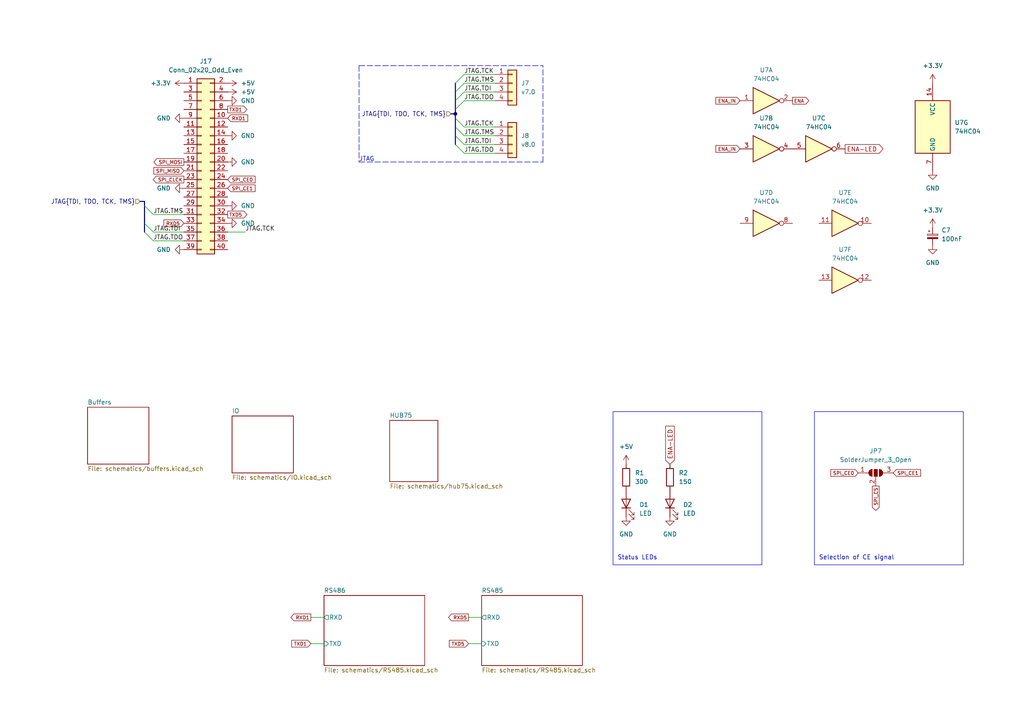
<source format=kicad_sch>
(kicad_sch (version 20230121) (generator eeschema)
  (paper "A4")
  (lib_symbols
    (symbol "74xx:74HC04"
      (property "Reference" "U" (at 0 1.27 0))
      (property "Value" "74HC04" (at 0 -1.27 0))
      (symbol "74HC04_1_0"
        (polyline (pts (xy -3.81 3.81) (xy -3.81 -3.81) (xy 3.81 0) (xy -3.81 3.81)) (stroke (width 0.254)) (fill (type background)))
        (pin input line (at -7.62 0 0) (length 3.81) (name "~") (number "1"))
        (pin output inverted (at 7.62 0 180) (length 3.81) (name "~") (number "2"))
      )
      (symbol "74HC04_2_0"
        (polyline (pts (xy -3.81 3.81) (xy -3.81 -3.81) (xy 3.81 0) (xy -3.81 3.81)) (stroke (width 0.254)) (fill (type background)))
        (pin input line (at -7.62 0 0) (length 3.81) (name "~") (number "3"))
        (pin output inverted (at 7.62 0 180) (length 3.81) (name "~") (number "4"))
      )
      (symbol "74HC04_3_0"
        (polyline (pts (xy -3.81 3.81) (xy -3.81 -3.81) (xy 3.81 0) (xy -3.81 3.81)) (stroke (width 0.254)) (fill (type background)))
        (pin input line (at -7.62 0 0) (length 3.81) (name "~") (number "5"))
        (pin output inverted (at 7.62 0 180) (length 3.81) (name "~") (number "6"))
      )
      (symbol "74HC04_4_0"
        (polyline (pts (xy -3.81 3.81) (xy -3.81 -3.81) (xy 3.81 0) (xy -3.81 3.81)) (stroke (width 0.254)) (fill (type background)))
        (pin output inverted (at 7.62 0 180) (length 3.81) (name "~") (number "8"))
        (pin input line (at -7.62 0 0) (length 3.81) (name "~") (number "9"))
      )
      (symbol "74HC04_5_0"
        (polyline (pts (xy -3.81 3.81) (xy -3.81 -3.81) (xy 3.81 0) (xy -3.81 3.81)) (stroke (width 0.254)) (fill (type background)))
        (pin output inverted (at 7.62 0 180) (length 3.81) (name "~") (number "10"))
        (pin input line (at -7.62 0 0) (length 3.81) (name "~") (number "11"))
      )
      (symbol "74HC04_6_0"
        (polyline (pts (xy -3.81 3.81) (xy -3.81 -3.81) (xy 3.81 0) (xy -3.81 3.81)) (stroke (width 0.254)) (fill (type background)))
        (pin output inverted (at 7.62 0 180) (length 3.81) (name "~") (number "12"))
        (pin input line (at -7.62 0 0) (length 3.81) (name "~") (number "13"))
      )
      (symbol "74HC04_7_0"
        (pin power_in line (at 0 12.7 270) (length 5.08) (name "VCC") (number "14"))
        (pin power_in line (at 0 -12.7 90) (length 5.08) (name "GND") (number "7"))
      )
      (symbol "74HC04_7_1"
        (rectangle (start -5.08 7.62) (end 5.08 -7.62) (stroke (width 0.254)) (fill (type background)))
      )
    )
    (symbol "Connector_Generic:Conn_01x04" (pin_names hide)
      (property "Reference" "J" (at 0 5.08 0))
      (property "Value" "Conn_01x04" (at 0 -7.62 0))
      (symbol "Conn_01x04_1_1"
        (rectangle (start -1.27 -4.953) (end 0 -5.207))
        (rectangle (start -1.27 -2.413) (end 0 -2.667))
        (rectangle (start -1.27 0.127) (end 0 -0.127))
        (rectangle (start -1.27 2.667) (end 0 2.413))
        (rectangle (start -1.27 3.81) (end 1.27 -6.35) (stroke (width 0.254)) (fill (type background)))
        (pin passive line (at -5.08 2.54 0) (length 3.81) (name "Pin_1") (number "1"))
        (pin passive line (at -5.08 0 0) (length 3.81) (name "Pin_2") (number "2"))
        (pin passive line (at -5.08 -2.54 0) (length 3.81) (name "Pin_3") (number "3"))
        (pin passive line (at -5.08 -5.08 0) (length 3.81) (name "Pin_4") (number "4"))
      )
    )
    (symbol "Connector_Generic:Conn_02x20_Odd_Even" (pin_names (offset 1.016) hide)
      (property "Reference" "J" (at 1.27 25.4 0))
      (property "Value" "Conn_02x20_Odd_Even" (at 1.27 -27.94 0))
      (symbol "Conn_02x20_Odd_Even_1_1"
        (rectangle (start -1.27 -25.273) (end 0 -25.527) (stroke (width 0.1524)))
        (rectangle (start -1.27 -22.733) (end 0 -22.987) (stroke (width 0.1524)))
        (rectangle (start -1.27 -20.193) (end 0 -20.447) (stroke (width 0.1524)))
        (rectangle (start -1.27 -17.653) (end 0 -17.907) (stroke (width 0.1524)))
        (rectangle (start -1.27 -15.113) (end 0 -15.367) (stroke (width 0.1524)))
        (rectangle (start -1.27 -12.573) (end 0 -12.827) (stroke (width 0.1524)))
        (rectangle (start -1.27 -10.033) (end 0 -10.287) (stroke (width 0.1524)))
        (rectangle (start -1.27 -7.493) (end 0 -7.747) (stroke (width 0.1524)))
        (rectangle (start -1.27 -4.953) (end 0 -5.207) (stroke (width 0.1524)))
        (rectangle (start -1.27 -2.413) (end 0 -2.667) (stroke (width 0.1524)))
        (rectangle (start -1.27 0.127) (end 0 -0.127) (stroke (width 0.1524)))
        (rectangle (start -1.27 2.667) (end 0 2.413) (stroke (width 0.1524)))
        (rectangle (start -1.27 5.207) (end 0 4.953) (stroke (width 0.1524)))
        (rectangle (start -1.27 7.747) (end 0 7.493) (stroke (width 0.1524)))
        (rectangle (start -1.27 10.287) (end 0 10.033) (stroke (width 0.1524)))
        (rectangle (start -1.27 12.827) (end 0 12.573) (stroke (width 0.1524)))
        (rectangle (start -1.27 15.367) (end 0 15.113) (stroke (width 0.1524)))
        (rectangle (start -1.27 17.907) (end 0 17.653) (stroke (width 0.1524)))
        (rectangle (start -1.27 20.447) (end 0 20.193) (stroke (width 0.1524)))
        (rectangle (start -1.27 22.987) (end 0 22.733) (stroke (width 0.1524)))
        (rectangle (start -1.27 24.13) (end 3.81 -26.67) (stroke (width 0.254)) (fill (type background)))
        (rectangle (start 3.81 -25.273) (end 2.54 -25.527) (stroke (width 0.1524)))
        (rectangle (start 3.81 -22.733) (end 2.54 -22.987) (stroke (width 0.1524)))
        (rectangle (start 3.81 -20.193) (end 2.54 -20.447) (stroke (width 0.1524)))
        (rectangle (start 3.81 -17.653) (end 2.54 -17.907) (stroke (width 0.1524)))
        (rectangle (start 3.81 -15.113) (end 2.54 -15.367) (stroke (width 0.1524)))
        (rectangle (start 3.81 -12.573) (end 2.54 -12.827) (stroke (width 0.1524)))
        (rectangle (start 3.81 -10.033) (end 2.54 -10.287) (stroke (width 0.1524)))
        (rectangle (start 3.81 -7.493) (end 2.54 -7.747) (stroke (width 0.1524)))
        (rectangle (start 3.81 -4.953) (end 2.54 -5.207) (stroke (width 0.1524)))
        (rectangle (start 3.81 -2.413) (end 2.54 -2.667) (stroke (width 0.1524)))
        (rectangle (start 3.81 0.127) (end 2.54 -0.127) (stroke (width 0.1524)))
        (rectangle (start 3.81 2.667) (end 2.54 2.413) (stroke (width 0.1524)))
        (rectangle (start 3.81 5.207) (end 2.54 4.953) (stroke (width 0.1524)))
        (rectangle (start 3.81 7.747) (end 2.54 7.493) (stroke (width 0.1524)))
        (rectangle (start 3.81 10.287) (end 2.54 10.033) (stroke (width 0.1524)))
        (rectangle (start 3.81 12.827) (end 2.54 12.573) (stroke (width 0.1524)))
        (rectangle (start 3.81 15.367) (end 2.54 15.113) (stroke (width 0.1524)))
        (rectangle (start 3.81 17.907) (end 2.54 17.653) (stroke (width 0.1524)))
        (rectangle (start 3.81 20.447) (end 2.54 20.193) (stroke (width 0.1524)))
        (rectangle (start 3.81 22.987) (end 2.54 22.733) (stroke (width 0.1524)))
        (pin passive line (at -5.08 22.86 0) (length 3.81) (name "Pin_1") (number "1"))
        (pin passive line (at 7.62 12.7 180) (length 3.81) (name "Pin_10") (number "10"))
        (pin passive line (at -5.08 10.16 0) (length 3.81) (name "Pin_11") (number "11"))
        (pin passive line (at 7.62 10.16 180) (length 3.81) (name "Pin_12") (number "12"))
        (pin passive line (at -5.08 7.62 0) (length 3.81) (name "Pin_13") (number "13"))
        (pin passive line (at 7.62 7.62 180) (length 3.81) (name "Pin_14") (number "14"))
        (pin passive line (at -5.08 5.08 0) (length 3.81) (name "Pin_15") (number "15"))
        (pin passive line (at 7.62 5.08 180) (length 3.81) (name "Pin_16") (number "16"))
        (pin passive line (at -5.08 2.54 0) (length 3.81) (name "Pin_17") (number "17"))
        (pin passive line (at 7.62 2.54 180) (length 3.81) (name "Pin_18") (number "18"))
        (pin passive line (at -5.08 0 0) (length 3.81) (name "Pin_19") (number "19"))
        (pin passive line (at 7.62 22.86 180) (length 3.81) (name "Pin_2") (number "2"))
        (pin passive line (at 7.62 0 180) (length 3.81) (name "Pin_20") (number "20"))
        (pin passive line (at -5.08 -2.54 0) (length 3.81) (name "Pin_21") (number "21"))
        (pin passive line (at 7.62 -2.54 180) (length 3.81) (name "Pin_22") (number "22"))
        (pin passive line (at -5.08 -5.08 0) (length 3.81) (name "Pin_23") (number "23"))
        (pin passive line (at 7.62 -5.08 180) (length 3.81) (name "Pin_24") (number "24"))
        (pin passive line (at -5.08 -7.62 0) (length 3.81) (name "Pin_25") (number "25"))
        (pin passive line (at 7.62 -7.62 180) (length 3.81) (name "Pin_26") (number "26"))
        (pin passive line (at -5.08 -10.16 0) (length 3.81) (name "Pin_27") (number "27"))
        (pin passive line (at 7.62 -10.16 180) (length 3.81) (name "Pin_28") (number "28"))
        (pin passive line (at -5.08 -12.7 0) (length 3.81) (name "Pin_29") (number "29"))
        (pin passive line (at -5.08 20.32 0) (length 3.81) (name "Pin_3") (number "3"))
        (pin passive line (at 7.62 -12.7 180) (length 3.81) (name "Pin_30") (number "30"))
        (pin passive line (at -5.08 -15.24 0) (length 3.81) (name "Pin_31") (number "31"))
        (pin passive line (at 7.62 -15.24 180) (length 3.81) (name "Pin_32") (number "32"))
        (pin passive line (at -5.08 -17.78 0) (length 3.81) (name "Pin_33") (number "33"))
        (pin passive line (at 7.62 -17.78 180) (length 3.81) (name "Pin_34") (number "34"))
        (pin passive line (at -5.08 -20.32 0) (length 3.81) (name "Pin_35") (number "35"))
        (pin passive line (at 7.62 -20.32 180) (length 3.81) (name "Pin_36") (number "36"))
        (pin passive line (at -5.08 -22.86 0) (length 3.81) (name "Pin_37") (number "37"))
        (pin passive line (at 7.62 -22.86 180) (length 3.81) (name "Pin_38") (number "38"))
        (pin passive line (at -5.08 -25.4 0) (length 3.81) (name "Pin_39") (number "39"))
        (pin passive line (at 7.62 20.32 180) (length 3.81) (name "Pin_4") (number "4"))
        (pin passive line (at 7.62 -25.4 180) (length 3.81) (name "Pin_40") (number "40"))
        (pin passive line (at -5.08 17.78 0) (length 3.81) (name "Pin_5") (number "5"))
        (pin passive line (at 7.62 17.78 180) (length 3.81) (name "Pin_6") (number "6"))
        (pin passive line (at -5.08 15.24 0) (length 3.81) (name "Pin_7") (number "7"))
        (pin passive line (at 7.62 15.24 180) (length 3.81) (name "Pin_8") (number "8"))
        (pin passive line (at -5.08 12.7 0) (length 3.81) (name "Pin_9") (number "9"))
      )
    )
    (symbol "Device:C_Polarized_Small" (pin_numbers hide) (pin_names (offset 0.254) hide)
      (property "Reference" "C" (at 0.254 1.778 0))
      (property "Value" "C_Polarized_Small" (at 0.254 -2.032 0))
      (symbol "C_Polarized_Small_0_1"
        (rectangle (start -1.524 -0.3048) (end 1.524 -0.6858) (fill (type outline)))
        (rectangle (start -1.524 0.6858) (end 1.524 0.3048))
        (polyline (pts (xy -1.27 1.524) (xy -0.762 1.524)))
        (polyline (pts (xy -1.016 1.27) (xy -1.016 1.778)))
      )
      (symbol "C_Polarized_Small_1_1"
        (pin passive line (at 0 2.54 270) (length 1.8542) (name "~") (number "1"))
        (pin passive line (at 0 -2.54 90) (length 1.8542) (name "~") (number "2"))
      )
    )
    (symbol "Device:LED" (pin_numbers hide) (pin_names (offset 1.016) hide)
      (property "Reference" "D" (at 0 2.54 0))
      (property "Value" "LED" (at 0 -2.54 0))
      (symbol "LED_0_1"
        (polyline (pts (xy -1.27 -1.27) (xy -1.27 1.27)) (stroke (width 0.254)))
        (polyline (pts (xy -1.27 0) (xy 1.27 0)))
        (polyline (pts (xy 1.27 -1.27) (xy 1.27 1.27) (xy -1.27 0) (xy 1.27 -1.27)) (stroke (width 0.254)))
        (polyline (pts (xy -3.048 -0.762) (xy -4.572 -2.286) (xy -3.81 -2.286) (xy -4.572 -2.286) (xy -4.572 -1.524)))
        (polyline (pts (xy -1.778 -0.762) (xy -3.302 -2.286) (xy -2.54 -2.286) (xy -3.302 -2.286) (xy -3.302 -1.524)))
      )
      (symbol "LED_1_1"
        (pin passive line (at -3.81 0 0) (length 2.54) (name "K") (number "1"))
        (pin passive line (at 3.81 0 180) (length 2.54) (name "A") (number "2"))
      )
    )
    (symbol "Device:R" (pin_numbers hide) (pin_names (offset 0))
      (property "Reference" "R" (at 2.032 0 90))
      (property "Value" "R" (at 0 0 90))
      (symbol "R_0_1"
        (rectangle (start -1.016 -2.54) (end 1.016 2.54) (stroke (width 0.254)))
      )
      (symbol "R_1_1"
        (pin passive line (at 0 3.81 270) (length 1.27) (name "~") (number "1"))
        (pin passive line (at 0 -3.81 90) (length 1.27) (name "~") (number "2"))
      )
    )
    (symbol "Jumper:SolderJumper_3_Open" (pin_names (offset 0) hide)
      (property "Reference" "JP" (at -2.54 -2.54 0))
      (property "Value" "SolderJumper_3_Open" (at 0 2.794 0))
      (symbol "SolderJumper_3_Open_0_1"
        (arc (start -1.016 1.016) (mid -2.0276 0) (end -1.016 -1.016))
        (arc (start -1.016 1.016) (mid -2.0276 0) (end -1.016 -1.016) (fill (type outline)))
        (rectangle (start -0.508 1.016) (end 0.508 -1.016) (fill (type outline)))
        (polyline (pts (xy -2.54 0) (xy -2.032 0)))
        (polyline (pts (xy -1.016 1.016) (xy -1.016 -1.016)))
        (polyline (pts (xy 0 -1.27) (xy 0 -1.016)))
        (polyline (pts (xy 1.016 1.016) (xy 1.016 -1.016)))
        (polyline (pts (xy 2.54 0) (xy 2.032 0)))
        (arc (start 1.016 -1.016) (mid 2.0276 0) (end 1.016 1.016))
        (arc (start 1.016 -1.016) (mid 2.0276 0) (end 1.016 1.016) (fill (type outline)))
      )
      (symbol "SolderJumper_3_Open_1_1"
        (pin passive line (at -5.08 0 0) (length 2.54) (name "A") (number "1"))
        (pin passive line (at 0 -3.81 90) (length 2.54) (name "C") (number "2"))
        (pin passive line (at 5.08 0 180) (length 2.54) (name "B") (number "3"))
      )
    )
    (symbol "power:+3.3V" (power) (pin_names (offset 0))
      (property "Value" "+3.3V" (at 0 3.556 0))
      (symbol "+3.3V_0_1"
        (polyline (pts (xy -0.762 1.27) (xy 0 2.54)))
        (polyline (pts (xy 0 0) (xy 0 2.54)))
        (polyline (pts (xy 0 2.54) (xy 0.762 1.27)))
      )
      (symbol "+3.3V_1_1"
        (pin power_in line (at 0 0 90) (length 0) hide (name "+3.3V") (number "1"))
      )
    )
    (symbol "power:+5V" (power) (pin_names (offset 0))
      (property "Value" "+5V" (at 0 3.556 0))
      (symbol "+5V_0_1"
        (polyline (pts (xy -0.762 1.27) (xy 0 2.54)))
        (polyline (pts (xy 0 0) (xy 0 2.54)))
        (polyline (pts (xy 0 2.54) (xy 0.762 1.27)))
      )
      (symbol "+5V_1_1"
        (pin power_in line (at 0 0 90) (length 0) hide (name "+5V") (number "1"))
      )
    )
    (symbol "power:GND" (power) (pin_names (offset 0))
      (property "Value" "GND" (at 0 -3.81 0))
      (symbol "GND_0_1"
        (polyline (pts (xy 0 0) (xy 0 -1.27) (xy 1.27 -1.27) (xy 0 -2.54) (xy -1.27 -1.27) (xy 0 -1.27)))
      )
      (symbol "GND_1_1"
        (pin power_in line (at 0 0 270) (length 0) hide (name "GND") (number "1"))
      )
    )
  )
  (junction (at 132.08 33.02))
  (bus_entry (at 132.08 41.91) (size 2.54 2.54))
  (bus_entry (at 132.08 26.67) (size 2.54 -2.54))
  (bus_entry (at 132.08 31.75) (size 2.54 -2.54))
  (bus_entry (at 41.91 67.31) (size 2.54 2.54))
  (bus_entry (at 132.08 29.21) (size 2.54 -2.54))
  (bus_entry (at 132.08 39.37) (size 2.54 2.54))
  (bus_entry (at 132.08 34.29) (size 2.54 2.54))
  (bus_entry (at 41.91 59.69) (size 2.54 2.54))
  (bus_entry (at 132.08 24.13) (size 2.54 -2.54))
  (bus_entry (at 41.91 64.77) (size 2.54 2.54))
  (bus_entry (at 132.08 36.83) (size 2.54 2.54))
  (polyline (pts (xy 104.14 19.05) (xy 157.48 19.05)) (stroke (width 0) (type dash)))
  (wire (pts (xy 134.62 44.45) (xy 143.51 44.45)))
  (wire (pts (xy 90.17 186.69) (xy 93.98 186.69)))
  (wire (pts (xy 134.62 36.83) (xy 143.51 36.83)))
  (wire (pts (xy 90.17 179.07) (xy 93.98 179.07)))
  (bus (pts (xy 132.08 31.75) (xy 132.08 33.02)))
  (bus (pts (xy 132.08 24.13) (xy 132.08 26.67)))
  (wire (pts (xy 44.45 67.31) (xy 53.34 67.31)))
  (polyline (pts (xy 104.14 46.99) (xy 157.48 46.99)) (stroke (width 0) (type dash)))
  (bus (pts (xy 132.08 26.67) (xy 132.08 29.21)))
  (wire (pts (xy 135.89 179.07) (xy 139.7 179.07)))
  (wire (pts (xy 66.04 67.31) (xy 71.12 67.31)))
  (wire (pts (xy 134.62 26.67) (xy 143.51 26.67)))
  (bus (pts (xy 41.91 58.42) (xy 41.91 59.69)))
  (wire (pts (xy 135.89 186.69) (xy 139.7 186.69)))
  (wire (pts (xy 134.62 39.37) (xy 143.51 39.37)))
  (bus (pts (xy 40.64 58.42) (xy 41.91 58.42)))
  (wire (pts (xy 134.62 29.21) (xy 143.51 29.21)))
  (bus (pts (xy 132.08 33.02) (xy 132.08 34.29)))
  (bus (pts (xy 132.08 39.37) (xy 132.08 41.91)))
  (wire (pts (xy 44.45 62.23) (xy 53.34 62.23)))
  (bus (pts (xy 132.08 31.75) (xy 132.08 29.21)))
  (bus (pts (xy 130.81 33.02) (xy 132.08 33.02)))
  (wire (pts (xy 44.45 69.85) (xy 53.34 69.85)))
  (wire (pts (xy 134.62 41.91) (xy 143.51 41.91)))
  (polyline (pts (xy 157.48 46.99) (xy 157.48 19.05)) (stroke (width 0) (type dash)))
  (bus (pts (xy 132.08 36.83) (xy 132.08 39.37)))
  (bus (pts (xy 132.08 34.29) (xy 132.08 36.83)))
  (bus (pts (xy 41.91 59.69) (xy 41.91 64.77)))
  (wire (pts (xy 134.62 24.13) (xy 143.51 24.13)))
  (polyline (pts (xy 104.14 19.05) (xy 104.14 46.99)) (stroke (width 0) (type dash)))
  (wire (pts (xy 134.62 21.59) (xy 143.51 21.59)))
  (bus (pts (xy 41.91 64.77) (xy 41.91 67.31)))
  (rectangle (start 236.22 119.38) (end 279.4 163.83))
  (rectangle (start 177.8 119.38) (end 220.98 163.83))
  (text "Status LEDs" (at 179.07 162.56 0) (effects (font (size 1.27 1.27)) (justify left bottom)))
  (text "Selection of CE signal" (at 237.49 162.56 0) (effects (font (size 1.27 1.27)) (justify left bottom)))
  (text "JTAG" (at 104.14 46.99 0) (effects (font (size 1.27 1.27)) (justify left bottom)))
  (label "JTAG.TCK" (at 71.12 67.31 0))
  (label "JTAG.TDO" (at 134.62 29.21 0))
  (label "JTAG.TMS" (at 134.62 39.37 0))
  (label "JTAG.TDI" (at 134.62 41.91 0))
  (label "JTAG.TDI" (at 134.62 26.67 0))
  (label "JTAG.TCK" (at 134.62 36.83 0))
  (label "JTAG.TMS" (at 134.62 24.13 0))
  (label "JTAG.TMS" (at 44.45 62.23 0))
  (label "JTAG.TCK" (at 134.62 21.59 0))
  (label "JTAG.TDO" (at 134.62 44.45 0))
  (label "JTAG.TDO" (at 44.45 69.85 0))
  (label "JTAG.TDI" (at 44.45 67.31 0))
  (global_label "ENA-LED" (shape input) (at 194.31 134.62 90) (property "Intersheetrefs" "${INTERSHEET_REFS}" (effects hide)))
  (global_label "SPI_CE1" (shape input) (at 66.04 54.61 0) (effects (font (size 1 1))) (property "Intersheetrefs" "${INTERSHEET_REFS}" (effects hide)))
  (global_label "SPI_CE0" (shape input) (at 248.92 137.16 180) (effects (font (size 1 1))) (property "Intersheetrefs" "${INTERSHEET_REFS}" (effects hide)))
  (global_label "ENA-LED" (shape output) (at 245.11 43.18 0) (property "Intersheetrefs" "${INTERSHEET_REFS}" (effects hide)))
  (global_label "RXD5" (shape input) (at 53.34 64.77 180) (effects (font (size 1 1))) (property "Intersheetrefs" "${INTERSHEET_REFS}" (effects hide)))
  (global_label "SPI_MISO" (shape input) (at 53.34 49.53 180) (effects (font (size 1 1))) (property "Intersheetrefs" "${INTERSHEET_REFS}" (effects hide)))
  (global_label "SPI_MOSI" (shape output) (at 53.34 46.99 180) (effects (font (size 1 1))) (property "Intersheetrefs" "${INTERSHEET_REFS}" (effects hide)))
  (global_label "SPI_CLCK" (shape output) (at 53.34 52.07 180) (effects (font (size 1 1))) (property "Intersheetrefs" "${INTERSHEET_REFS}" (effects hide)))
  (global_label "TXD5" (shape input) (at 135.89 186.69 180) (effects (font (size 1 1))) (property "Intersheetrefs" "${INTERSHEET_REFS}" (effects hide)))
  (global_label "TXD1" (shape input) (at 90.17 186.69 180) (effects (font (size 1 1))) (property "Intersheetrefs" "${INTERSHEET_REFS}" (effects hide)))
  (global_label "ENA_IN" (shape input) (at 214.63 29.21 180) (effects (font (size 1 1))) (property "Intersheetrefs" "${INTERSHEET_REFS}" (effects hide)))
  (global_label "SPI_CE1" (shape input) (at 259.08 137.16 0) (effects (font (size 1 1))) (property "Intersheetrefs" "${INTERSHEET_REFS}" (effects hide)))
  (global_label "RXD1" (shape output) (at 90.17 179.07 180) (effects (font (size 1 1))) (property "Intersheetrefs" "${INTERSHEET_REFS}" (effects hide)))
  (global_label "SPI_CS" (shape output) (at 254 140.97 270) (effects (font (size 1 1))) (property "Intersheetrefs" "${INTERSHEET_REFS}" (effects hide)))
  (global_label "TXD1" (shape output) (at 66.04 31.75 0) (effects (font (size 1 1))) (property "Intersheetrefs" "${INTERSHEET_REFS}" (effects hide)))
  (global_label "RXD1" (shape input) (at 66.04 34.29 0) (effects (font (size 1 1))) (property "Intersheetrefs" "${INTERSHEET_REFS}" (effects hide)))
  (global_label "RXD5" (shape output) (at 135.89 179.07 180) (effects (font (size 1 1))) (property "Intersheetrefs" "${INTERSHEET_REFS}" (effects hide)))
  (global_label "TXD5" (shape output) (at 66.04 62.23 0) (effects (font (size 1 1))) (property "Intersheetrefs" "${INTERSHEET_REFS}" (effects hide)))
  (global_label "ENA" (shape output) (at 229.87 29.21 0) (effects (font (size 1 1))) (property "Intersheetrefs" "${INTERSHEET_REFS}" (effects hide)))
  (global_label "ENA_IN" (shape input) (at 214.63 43.18 180) (effects (font (size 1 1))) (property "Intersheetrefs" "${INTERSHEET_REFS}" (effects hide)))
  (global_label "SPI_CE0" (shape input) (at 66.04 52.07 0) (effects (font (size 1 1))) (property "Intersheetrefs" "${INTERSHEET_REFS}" (effects hide)))
  (hierarchical_label "JTAG{TDI, TDO, TCK, TMS}" (shape input) (at 40.64 58.42 180))
  (hierarchical_label "JTAG{TDI, TDO, TCK, TMS}" (shape input) (at 130.81 33.02 180))
  (symbol (lib_id "power:+3.3V") (at 270.51 24.13 0) (unit 1)
    (property "Reference" "#PWR050" (effects hide))
    (property "Value" "+3.3V" (at 270.51 19.05 0))
  )
  (symbol (lib_id "74xx:74HC04") (at 245.11 64.77 0) (unit 5)
    (property "Reference" "U7" (at 245.11 55.88 0))
    (property "Value" "74HC04" (at 245.11 58.42 0))
    (property "Footprint" "Package_SO:SOIC-14_3.9x8.7mm_P1.27mm" (effects hide))
    (property "Datasheet" "https://assets.nexperia.com/documents/data-sheet/74HC_HCT04.pdf" (effects hide))
  )
  (symbol (lib_id "power:GND") (at 53.34 72.39 270) (unit 1)
    (property "Reference" "#PWR062" (effects hide))
    (property "Value" "GND" (at 49.53 72.39 90) (effects (justify right)))
  )
  (symbol (lib_id "74xx:74HC04") (at 222.25 64.77 0) (unit 4)
    (property "Reference" "U7" (at 222.25 55.88 0))
    (property "Value" "74HC04" (at 222.25 58.42 0))
    (property "Footprint" "Package_SO:SOIC-14_3.9x8.7mm_P1.27mm" (effects hide))
    (property "Datasheet" "https://assets.nexperia.com/documents/data-sheet/74HC_HCT04.pdf" (effects hide))
  )
  (symbol (lib_id "74xx:74HC04") (at 245.11 81.28 0) (unit 6)
    (property "Reference" "U7" (at 245.11 72.39 0))
    (property "Value" "74HC04" (at 245.11 74.93 0))
    (property "Footprint" "Package_SO:SOIC-14_3.9x8.7mm_P1.27mm" (effects hide))
    (property "Datasheet" "https://assets.nexperia.com/documents/data-sheet/74HC_HCT04.pdf" (effects hide))
  )
  (symbol (lib_id "Device:LED") (at 181.61 146.05 90) (unit 1)
    (property "Reference" "D1" (at 185.42 146.3675 90) (effects (justify right)))
    (property "Value" "LED" (at 185.42 148.9075 90) (effects (justify right)))
    (property "Footprint" "LED_SMD:LED_1206_3216Metric_Pad1.42x1.75mm_HandSolder" (effects hide))
  )
  (symbol (lib_id "Device:R") (at 194.31 138.43 0) (unit 1)
    (property "Reference" "R2" (at 196.85 137.16 0) (effects (justify left)))
    (property "Value" "150" (at 196.85 139.7 0) (effects (justify left)))
    (property "Footprint" "Resistor_SMD:R_0805_2012Metric_Pad1.20x1.40mm_HandSolder" (effects hide))
    (property "LCSC" "C17471" (effects hide))
  )
  (symbol (lib_id "power:+5V") (at 181.61 134.62 0) (unit 1)
    (property "Reference" "#PWR065" (effects hide))
    (property "Value" "+5V" (at 181.61 129.54 0))
  )
  (symbol (lib_id "74xx:74HC04") (at 270.51 36.83 0) (unit 7)
    (property "Reference" "U7" (at 276.86 35.56 0) (effects (justify left)))
    (property "Value" "74HC04" (at 276.86 38.1 0) (effects (justify left)))
    (property "Footprint" "Package_SO:SOIC-14_3.9x8.7mm_P1.27mm" (effects hide))
    (property "Datasheet" "https://assets.nexperia.com/documents/data-sheet/74HC_HCT04.pdf" (effects hide))
  )
  (symbol (lib_id "Connector_Generic:Conn_01x04") (at 148.59 24.13 0) (unit 1)
    (property "Reference" "J7" (at 151.13 24.1299 0) (effects (justify left)))
    (property "Value" "v7.0" (at 151.13 26.6699 0) (effects (justify left)))
    (property "Footprint" "Connector_PinHeader_2.54mm:PinHeader_1x04_P2.54mm_Vertical" (effects hide))
  )
  (symbol (lib_id "Jumper:SolderJumper_3_Open") (at 254 137.16 0) (unit 1)
    (property "Reference" "JP7" (at 254 130.81 0))
    (property "Value" "SolderJumper_3_Open" (at 254 133.35 0))
    (property "Footprint" "Jumper:SolderJumper-3_P2.0mm_Open_TrianglePad1.0x1.5mm" (effects hide))
  )
  (symbol (lib_id "power:GND") (at 270.51 49.53 0) (unit 1)
    (property "Reference" "#PWR0102" (effects hide))
    (property "Value" "GND" (at 270.51 54.61 0))
  )
  (symbol (lib_id "74xx:74HC04") (at 237.49 43.18 0) (unit 3)
    (property "Reference" "U7" (at 237.49 34.29 0))
    (property "Value" "74HC04" (at 237.49 36.83 0))
    (property "Footprint" "Package_SO:SOIC-14_3.9x8.7mm_P1.27mm" (effects hide))
    (property "Datasheet" "https://assets.nexperia.com/documents/data-sheet/74HC_HCT04.pdf" (effects hide))
  )
  (symbol (lib_id "Connector_Generic:Conn_01x04") (at 148.59 39.37 0) (unit 1)
    (property "Reference" "J8" (at 151.13 39.3699 0) (effects (justify left)))
    (property "Value" "v8.0" (at 151.13 41.9099 0) (effects (justify left)))
    (property "Footprint" "Connector_PinHeader_2.54mm:PinHeader_1x04_P2.54mm_Vertical" (effects hide))
  )
  (symbol (lib_id "Device:C_Polarized_Small") (at 270.51 68.58 0) (unit 1)
    (property "Reference" "C7" (at 273.05 66.7639 0) (effects (justify left)))
    (property "Value" "100nF" (at 273.05 69.3039 0) (effects (justify left)))
    (property "Footprint" "Capacitor_SMD:C_1206_3216Metric_Pad1.33x1.80mm_HandSolder" (effects hide))
    (property "LCSC" "C24497" (effects hide))
  )
  (symbol (lib_id "Device:R") (at 181.61 138.43 0) (unit 1)
    (property "Reference" "R1" (at 184.15 137.16 0) (effects (justify left)))
    (property "Value" "300" (at 184.15 139.7 0) (effects (justify left)))
    (property "Footprint" "Resistor_SMD:R_0805_2012Metric_Pad1.20x1.40mm_HandSolder" (effects hide))
    (property "LCSC" "C17617" (effects hide))
  )
  (symbol (lib_id "power:+5V") (at 66.04 24.13 270) (unit 1)
    (property "Reference" "#PWR055" (effects hide))
    (property "Value" "+5V" (at 69.85 24.13 90) (effects (justify left)))
  )
  (symbol (lib_id "power:GND") (at 53.34 34.29 270) (unit 1)
    (property "Reference" "#PWR064" (effects hide))
    (property "Value" "GND" (at 49.53 34.29 90) (effects (justify right)))
  )
  (symbol (lib_id "power:GND") (at 66.04 46.99 90) (unit 1)
    (property "Reference" "#PWR059" (effects hide))
    (property "Value" "GND" (at 69.85 46.99 90) (effects (justify right)))
  )
  (symbol (lib_id "Connector_Generic:Conn_02x20_Odd_Even") (at 58.42 46.99 0) (unit 1)
    (property "Reference" "J17" (at 59.69 17.78 0))
    (property "Value" "Conn_02x20_Odd_Even" (at 59.69 20.32 0))
    (property "Footprint" "Connector_IDC:IDC-Header_2x20_P2.54mm_Vertical" (effects hide))
  )
  (symbol (lib_id "power:GND") (at 66.04 59.69 90) (unit 1)
    (property "Reference" "#PWR060" (effects hide))
    (property "Value" "GND" (at 69.85 59.69 90) (effects (justify right)))
  )
  (symbol (lib_id "Device:LED") (at 194.31 146.05 90) (unit 1)
    (property "Reference" "D2" (at 198.12 146.3675 90) (effects (justify right)))
    (property "Value" "LED" (at 198.12 148.9075 90) (effects (justify right)))
    (property "Footprint" "LED_SMD:LED_1206_3216Metric_Pad1.42x1.75mm_HandSolder" (effects hide))
  )
  (symbol (lib_id "power:+3.3V") (at 53.34 24.13 90) (unit 1)
    (property "Reference" "#PWR054" (effects hide))
    (property "Value" "+3.3V" (at 49.53 24.13 90) (effects (justify left)))
  )
  (symbol (lib_id "power:GND") (at 194.31 149.86 0) (unit 1)
    (property "Reference" "#PWR067" (effects hide))
    (property "Value" "GND" (at 194.31 154.94 0))
  )
  (symbol (lib_id "power:GND") (at 181.61 149.86 0) (unit 1)
    (property "Reference" "#PWR066" (effects hide))
    (property "Value" "GND" (at 181.61 154.94 0))
  )
  (symbol (lib_id "74xx:74HC04") (at 222.25 29.21 0) (unit 1)
    (property "Reference" "U7" (at 222.25 20.32 0))
    (property "Value" "74HC04" (at 222.25 22.86 0))
    (property "Footprint" "Package_SO:SOIC-14_3.9x8.7mm_P1.27mm" (effects hide))
    (property "Datasheet" "https://assets.nexperia.com/documents/data-sheet/74HC_HCT04.pdf" (effects hide))
  )
  (symbol (lib_id "power:GND") (at 66.04 29.21 90) (unit 1)
    (property "Reference" "#PWR057" (effects hide))
    (property "Value" "GND" (at 69.85 29.21 90) (effects (justify right)))
  )
  (symbol (lib_id "74xx:74HC04") (at 222.25 43.18 0) (unit 2)
    (property "Reference" "U7" (at 222.25 34.29 0))
    (property "Value" "74HC04" (at 222.25 36.83 0))
    (property "Footprint" "Package_SO:SOIC-14_3.9x8.7mm_P1.27mm" (effects hide))
    (property "Datasheet" "https://assets.nexperia.com/documents/data-sheet/74HC_HCT04.pdf" (effects hide))
  )
  (symbol (lib_id "power:GND") (at 66.04 64.77 90) (unit 1)
    (property "Reference" "#PWR061" (effects hide))
    (property "Value" "GND" (at 69.85 64.77 90) (effects (justify right)))
  )
  (symbol (lib_id "power:GND") (at 53.34 54.61 270) (unit 1)
    (property "Reference" "#PWR063" (effects hide))
    (property "Value" "GND" (at 49.53 54.61 90) (effects (justify right)))
  )
  (symbol (lib_id "power:+5V") (at 66.04 26.67 270) (unit 1)
    (property "Reference" "#PWR056" (effects hide))
    (property "Value" "+5V" (at 69.85 26.67 90) (effects (justify left)))
  )
  (symbol (lib_id "power:GND") (at 66.04 39.37 90) (unit 1)
    (property "Reference" "#PWR058" (effects hide))
    (property "Value" "GND" (at 69.85 39.37 90) (effects (justify right)))
  )
  (symbol (lib_id "power:+3.3V") (at 270.51 66.04 0) (unit 1)
    (property "Reference" "#PWR0103" (effects hide))
    (property "Value" "+3.3V" (at 270.51 60.96 0))
  )
  (symbol (lib_id "power:GND") (at 270.51 71.12 0) (unit 1)
    (property "Reference" "#PWR0104" (effects hide))
    (property "Value" "GND" (at 270.51 76.2 0))
  )
  (sheet (at 67.31 120.65) (size 17.78 16.51) (stroke (width 0.1524))
    (property "Sheetname" "IO" (at 67.31 119.9384 0) (effects (justify left bottom)))
    (property "Sheetfile" "schematics/IO.kicad_sch" (at 67.31 137.7446 0) (effects (justify left top)))
  )
  (sheet (at 139.7 172.72) (size 29.21 20.32) (stroke (width 0.1524))
    (property "Sheetname" "RS485" (at 139.7 172.0084 0) (effects (justify left bottom)))
    (property "Sheetfile" "schematics/RS485.kicad_sch" (at 139.7 193.6246 0) (effects (justify left top)))
    (pin "TXD" input (at 139.7 186.69 180))
    (pin "RXD" output (at 139.7 179.07 180))
  )
  (sheet (at 93.98 172.72) (size 29.21 20.32) (stroke (width 0.1524))
    (property "Sheetname" "RS486" (at 93.98 172.0084 0) (effects (justify left bottom)))
    (property "Sheetfile" "schematics/RS485.kicad_sch" (at 93.98 193.6246 0) (effects (justify left top)))
    (pin "TXD" input (at 93.98 186.69 180))
    (pin "RXD" output (at 93.98 179.07 180))
  )
  (sheet (at 113.03 121.92) (size 13.97 17.78) (stroke (width 0.1524))
    (property "Sheetname" "HUB75" (at 113.03 121.2084 0) (effects (justify left bottom)))
    (property "Sheetfile" "schematics/hub75.kicad_sch" (at 113.03 140.2846 0) (effects (justify left top)))
  )
  (sheet (at 25.4 118.11) (size 17.78 16.51) (stroke (width 0.1524))
    (property "Sheetname" "Buffers" (at 25.4 117.3984 0) (effects (justify left bottom)))
    (property "Sheetfile" "schematics/buffers.kicad_sch" (at 25.4 135.2046 0) (effects (justify left top)))
  )
)
</source>
